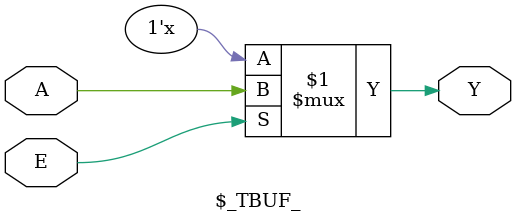
<source format=v>
module \$_TBUF_ (A, E, Y);
input A, E;
output Y;
assign Y = E ? A : 1'bz;
endmodule
</source>
